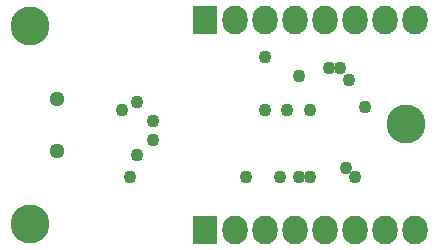
<source format=gbs>
G04 #@! TF.FileFunction,Soldermask,Bot*
%FSLAX46Y46*%
G04 Gerber Fmt 4.6, Leading zero omitted, Abs format (unit mm)*
G04 Created by KiCad (PCBNEW 4.0.3+e1-6302~38~ubuntu14.04.1-stable) date Tue Aug 16 14:14:18 2016*
%MOMM*%
%LPD*%
G01*
G04 APERTURE LIST*
%ADD10C,0.100000*%
%ADD11C,1.299160*%
%ADD12R,2.127200X2.432000*%
%ADD13O,2.127200X2.432000*%
%ADD14C,1.085800*%
%ADD15C,3.300000*%
G04 APERTURE END LIST*
D10*
D11*
X150075900Y-100670360D03*
X150075900Y-105069640D03*
D12*
X162560000Y-111760000D03*
D13*
X165100000Y-111760000D03*
X167640000Y-111760000D03*
X170180000Y-111760000D03*
X172720000Y-111760000D03*
X175260000Y-111760000D03*
X177800000Y-111760000D03*
X180340000Y-111760000D03*
D12*
X162560000Y-93980000D03*
D13*
X165100000Y-93980000D03*
X167640000Y-93980000D03*
X170180000Y-93980000D03*
X172720000Y-93980000D03*
X175260000Y-93980000D03*
X177800000Y-93980000D03*
X180340000Y-93980000D03*
D14*
X170497500Y-107315000D03*
X166052500Y-107315000D03*
X156210000Y-107315000D03*
X155575000Y-101600000D03*
D15*
X147750000Y-94500000D03*
X147750000Y-111250000D03*
X179600000Y-102800000D03*
D14*
X176149000Y-101346000D03*
X174802800Y-99060000D03*
X156845000Y-105410000D03*
X156845000Y-100965000D03*
X171450000Y-107315000D03*
X175260000Y-107315000D03*
X167640000Y-97155000D03*
X170497500Y-98742500D03*
X158178500Y-102552500D03*
X158178500Y-104140000D03*
X167640000Y-101600000D03*
X168910000Y-107315000D03*
X174498000Y-106553000D03*
X171450000Y-101600000D03*
X173037500Y-98107500D03*
X173990000Y-98107500D03*
X169545000Y-101600000D03*
M02*

</source>
